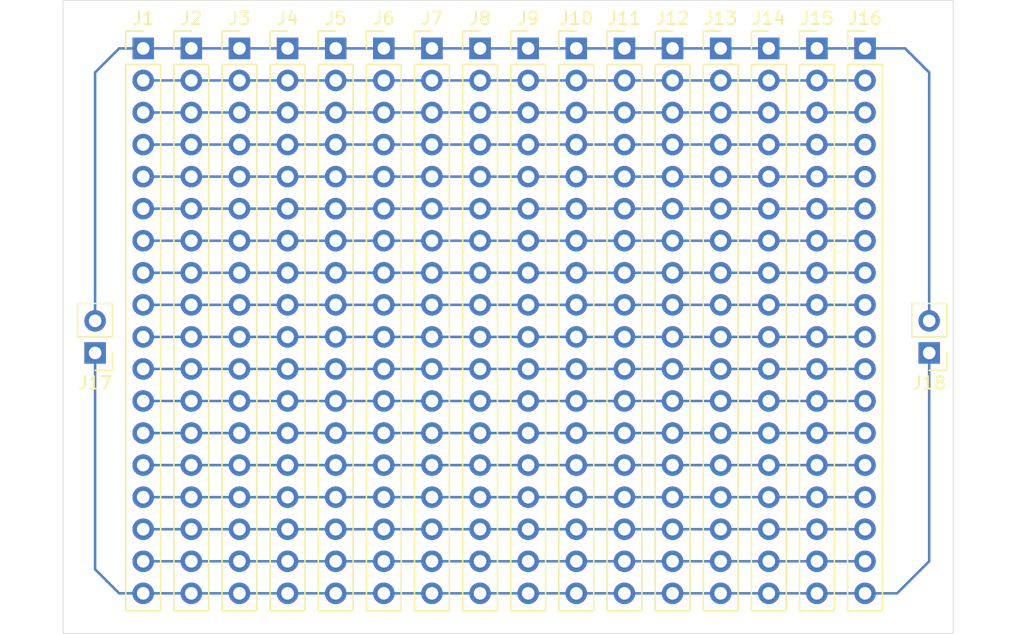
<source format=kicad_pcb>
(kicad_pcb (version 20241229) (generator "pcbnew") (generator_version "9.0")
  (layers (0 "F.Cu" signal) (2 "B.Cu" signal) (13 "F.Paste" user) (15 "B.Paste" user) (5 "F.SilkS" user "F.Silkscreen") (7 "B.SilkS" user "B.Silkscreen") (1 "F.Mask" user) (3 "B.Mask" user) (25 "Edge.Cuts" user))
  (net 0 "")
  (net 1 "/row_8")
  (net 2 "/row_2")
  (net 3 "/row_4")
  (net 4 "/row_3")
  (net 5 "/row_1")
  (net 6 "GNDREF")
  (net 7 "/row_11")
  (net 8 "/row_10")
  (net 9 "/row_16")
  (net 10 "VCC")
  (net 11 "/row_13")
  (net 12 "/row_6")
  (net 13 "/row_5")
  (net 14 "/row_7")
  (net 15 "/row_14")
  (net 16 "/row_12")
  (net 17 "/row_15")
  (net 18 "/row_9")
  (footprint "Connector_PinHeader_2.54mm:PinHeader_1x18_P2.54mm_Vertical" (layer "F.Cu") (at 101.6 66.675)
    (property "Reference" "J12" (at 0 -2.38 0) (layer "F.SilkS"))
    (property "Value" "Conn_01x18_Socket")
    (fp_line (start -1.38 -1.38) (end 0 -1.38) (stroke (width 0.12)) (layer "F.SilkS"))
    (fp_line (start -1.38 0) (end -1.38 -1.38) (stroke (width 0.12)) (layer "F.SilkS"))
    (fp_line (start -1.38 1.27) (end -1.38 44.56) (stroke (width 0.12)) (layer "F.SilkS"))
    (fp_line (start -1.38 1.27) (end 1.38 1.27) (stroke (width 0.12)) (layer "F.SilkS"))
    (fp_line (start -1.38 44.56) (end 1.38 44.56) (stroke (width 0.12)) (layer "F.SilkS"))
    (fp_line (start 1.38 1.27) (end 1.38 44.56) (stroke (width 0.12)) (layer "F.SilkS"))
    (pad "1" thru_hole rect (at 0 0) (size 1.7 1.7) (drill 1) (layers "*.Cu" "*.Mask") (net 10 "VCC"))
    (pad "2" thru_hole circle (at 0 2.54) (size 1.7 1.7) (drill 1) (layers "*.Cu" "*.Mask") (net 5 "/row_1"))
    (pad "3" thru_hole circle (at 0 5.08) (size 1.7 1.7) (drill 1) (layers "*.Cu" "*.Mask") (net 2 "/row_2"))
    (pad "4" thru_hole circle (at 0 7.62) (size 1.7 1.7) (drill 1) (layers "*.Cu" "*.Mask") (net 4 "/row_3"))
    (pad "5" thru_hole circle (at 0 10.16) (size 1.7 1.7) (drill 1) (layers "*.Cu" "*.Mask") (net 3 "/row_4"))
    (pad "6" thru_hole circle (at 0 12.7) (size 1.7 1.7) (drill 1) (layers "*.Cu" "*.Mask") (net 13 "/row_5"))
    (pad "7" thru_hole circle (at 0 15.24) (size 1.7 1.7) (drill 1) (layers "*.Cu" "*.Mask") (net 12 "/row_6"))
    (pad "8" thru_hole circle (at 0 17.78) (size 1.7 1.7) (drill 1) (layers "*.Cu" "*.Mask") (net 14 "/row_7"))
    (pad "9" thru_hole circle (at 0 20.32) (size 1.7 1.7) (drill 1) (layers "*.Cu" "*.Mask") (net 1 "/row_8"))
    (pad "10" thru_hole circle (at 0 22.86) (size 1.7 1.7) (drill 1) (layers "*.Cu" "*.Mask") (net 18 "/row_9"))
    (pad "11" thru_hole circle (at 0 25.4) (size 1.7 1.7) (drill 1) (layers "*.Cu" "*.Mask") (net 8 "/row_10"))
    (pad "12" thru_hole circle (at 0 27.94) (size 1.7 1.7) (drill 1) (layers "*.Cu" "*.Mask") (net 7 "/row_11"))
    (pad "13" thru_hole circle (at 0 30.48) (size 1.7 1.7) (drill 1) (layers "*.Cu" "*.Mask") (net 16 "/row_12"))
    (pad "14" thru_hole circle (at 0 33.02) (size 1.7 1.7) (drill 1) (layers "*.Cu" "*.Mask") (net 11 "/row_13"))
    (pad "15" thru_hole circle (at 0 35.56) (size 1.7 1.7) (drill 1) (layers "*.Cu" "*.Mask") (net 15 "/row_14"))
    (pad "16" thru_hole circle (at 0 38.1) (size 1.7 1.7) (drill 1) (layers "*.Cu" "*.Mask") (net 17 "/row_15"))
    (pad "17" thru_hole circle (at 0 40.64) (size 1.7 1.7) (drill 1) (layers "*.Cu" "*.Mask") (net 9 "/row_16"))
    (pad "18" thru_hole circle (at 0 43.18) (size 1.7 1.7) (drill 1) (layers "*.Cu" "*.Mask") (net 6 "GNDREF"))
  )
  (footprint "Connector_PinHeader_2.54mm:PinHeader_1x18_P2.54mm_Vertical" (layer "F.Cu") (at 97.79 66.675)
    (property "Reference" "J11" (at 0 -2.38 0) (layer "F.SilkS"))
    (property "Value" "Conn_01x18_Socket")
    (fp_line (start -1.38 -1.38) (end 0 -1.38) (stroke (width 0.12)) (layer "F.SilkS"))
    (fp_line (start -1.38 0) (end -1.38 -1.38) (stroke (width 0.12)) (layer "F.SilkS"))
    (fp_line (start -1.38 1.27) (end -1.38 44.56) (stroke (width 0.12)) (layer "F.SilkS"))
    (fp_line (start -1.38 1.27) (end 1.38 1.27) (stroke (width 0.12)) (layer "F.SilkS"))
    (fp_line (start -1.38 44.56) (end 1.38 44.56) (stroke (width 0.12)) (layer "F.SilkS"))
    (fp_line (start 1.38 1.27) (end 1.38 44.56) (stroke (width 0.12)) (layer "F.SilkS"))
    (pad "1" thru_hole rect (at 0 0) (size 1.7 1.7) (drill 1) (layers "*.Cu" "*.Mask") (net 10 "VCC"))
    (pad "2" thru_hole circle (at 0 2.54) (size 1.7 1.7) (drill 1) (layers "*.Cu" "*.Mask") (net 5 "/row_1"))
    (pad "3" thru_hole circle (at 0 5.08) (size 1.7 1.7) (drill 1) (layers "*.Cu" "*.Mask") (net 2 "/row_2"))
    (pad "4" thru_hole circle (at 0 7.62) (size 1.7 1.7) (drill 1) (layers "*.Cu" "*.Mask") (net 4 "/row_3"))
    (pad "5" thru_hole circle (at 0 10.16) (size 1.7 1.7) (drill 1) (layers "*.Cu" "*.Mask") (net 3 "/row_4"))
    (pad "6" thru_hole circle (at 0 12.7) (size 1.7 1.7) (drill 1) (layers "*.Cu" "*.Mask") (net 13 "/row_5"))
    (pad "7" thru_hole circle (at 0 15.24) (size 1.7 1.7) (drill 1) (layers "*.Cu" "*.Mask") (net 12 "/row_6"))
    (pad "8" thru_hole circle (at 0 17.78) (size 1.7 1.7) (drill 1) (layers "*.Cu" "*.Mask") (net 14 "/row_7"))
    (pad "9" thru_hole circle (at 0 20.32) (size 1.7 1.7) (drill 1) (layers "*.Cu" "*.Mask") (net 1 "/row_8"))
    (pad "10" thru_hole circle (at 0 22.86) (size 1.7 1.7) (drill 1) (layers "*.Cu" "*.Mask") (net 18 "/row_9"))
    (pad "11" thru_hole circle (at 0 25.4) (size 1.7 1.7) (drill 1) (layers "*.Cu" "*.Mask") (net 8 "/row_10"))
    (pad "12" thru_hole circle (at 0 27.94) (size 1.7 1.7) (drill 1) (layers "*.Cu" "*.Mask") (net 7 "/row_11"))
    (pad "13" thru_hole circle (at 0 30.48) (size 1.7 1.7) (drill 1) (layers "*.Cu" "*.Mask") (net 16 "/row_12"))
    (pad "14" thru_hole circle (at 0 33.02) (size 1.7 1.7) (drill 1) (layers "*.Cu" "*.Mask") (net 11 "/row_13"))
    (pad "15" thru_hole circle (at 0 35.56) (size 1.7 1.7) (drill 1) (layers "*.Cu" "*.Mask") (net 15 "/row_14"))
    (pad "16" thru_hole circle (at 0 38.1) (size 1.7 1.7) (drill 1) (layers "*.Cu" "*.Mask") (net 17 "/row_15"))
    (pad "17" thru_hole circle (at 0 40.64) (size 1.7 1.7) (drill 1) (layers "*.Cu" "*.Mask") (net 9 "/row_16"))
    (pad "18" thru_hole circle (at 0 43.18) (size 1.7 1.7) (drill 1) (layers "*.Cu" "*.Mask") (net 6 "GNDREF"))
  )
  (footprint "Connector_PinHeader_2.54mm:PinHeader_1x18_P2.54mm_Vertical" (layer "F.Cu") (at 116.84 66.675)
    (property "Reference" "J16" (at 0 -2.38 0) (layer "F.SilkS"))
    (property "Value" "Conn_01x18_Socket")
    (fp_line (start -1.38 -1.38) (end 0 -1.38) (stroke (width 0.12)) (layer "F.SilkS"))
    (fp_line (start -1.38 0) (end -1.38 -1.38) (stroke (width 0.12)) (layer "F.SilkS"))
    (fp_line (start -1.38 1.27) (end -1.38 44.56) (stroke (width 0.12)) (layer "F.SilkS"))
    (fp_line (start -1.38 1.27) (end 1.38 1.27) (stroke (width 0.12)) (layer "F.SilkS"))
    (fp_line (start -1.38 44.56) (end 1.38 44.56) (stroke (width 0.12)) (layer "F.SilkS"))
    (fp_line (start 1.38 1.27) (end 1.38 44.56) (stroke (width 0.12)) (layer "F.SilkS"))
    (pad "1" thru_hole rect (at 0 0) (size 1.7 1.7) (drill 1) (layers "*.Cu" "*.Mask") (net 10 "VCC"))
    (pad "2" thru_hole circle (at 0 2.54) (size 1.7 1.7) (drill 1) (layers "*.Cu" "*.Mask") (net 5 "/row_1"))
    (pad "3" thru_hole circle (at 0 5.08) (size 1.7 1.7) (drill 1) (layers "*.Cu" "*.Mask") (net 2 "/row_2"))
    (pad "4" thru_hole circle (at 0 7.62) (size 1.7 1.7) (drill 1) (layers "*.Cu" "*.Mask") (net 4 "/row_3"))
    (pad "5" thru_hole circle (at 0 10.16) (size 1.7 1.7) (drill 1) (layers "*.Cu" "*.Mask") (net 3 "/row_4"))
    (pad "6" thru_hole circle (at 0 12.7) (size 1.7 1.7) (drill 1) (layers "*.Cu" "*.Mask") (net 13 "/row_5"))
    (pad "7" thru_hole circle (at 0 15.24) (size 1.7 1.7) (drill 1) (layers "*.Cu" "*.Mask") (net 12 "/row_6"))
    (pad "8" thru_hole circle (at 0 17.78) (size 1.7 1.7) (drill 1) (layers "*.Cu" "*.Mask") (net 14 "/row_7"))
    (pad "9" thru_hole circle (at 0 20.32) (size 1.7 1.7) (drill 1) (layers "*.Cu" "*.Mask") (net 1 "/row_8"))
    (pad "10" thru_hole circle (at 0 22.86) (size 1.7 1.7) (drill 1) (layers "*.Cu" "*.Mask") (net 18 "/row_9"))
    (pad "11" thru_hole circle (at 0 25.4) (size 1.7 1.7) (drill 1) (layers "*.Cu" "*.Mask") (net 8 "/row_10"))
    (pad "12" thru_hole circle (at 0 27.94) (size 1.7 1.7) (drill 1) (layers "*.Cu" "*.Mask") (net 7 "/row_11"))
    (pad "13" thru_hole circle (at 0 30.48) (size 1.7 1.7) (drill 1) (layers "*.Cu" "*.Mask") (net 16 "/row_12"))
    (pad "14" thru_hole circle (at 0 33.02) (size 1.7 1.7) (drill 1) (layers "*.Cu" "*.Mask") (net 11 "/row_13"))
    (pad "15" thru_hole circle (at 0 35.56) (size 1.7 1.7) (drill 1) (layers "*.Cu" "*.Mask") (net 15 "/row_14"))
    (pad "16" thru_hole circle (at 0 38.1) (size 1.7 1.7) (drill 1) (layers "*.Cu" "*.Mask") (net 17 "/row_15"))
    (pad "17" thru_hole circle (at 0 40.64) (size 1.7 1.7) (drill 1) (layers "*.Cu" "*.Mask") (net 9 "/row_16"))
    (pad "18" thru_hole circle (at 0 43.18) (size 1.7 1.7) (drill 1) (layers "*.Cu" "*.Mask") (net 6 "GNDREF"))
  )
  (footprint "Connector_PinHeader_2.54mm:PinHeader_1x18_P2.54mm_Vertical" (layer "F.Cu") (at 113.03 66.675)
    (property "Reference" "J15" (at 0 -2.38 0) (layer "F.SilkS"))
    (property "Value" "Conn_01x18_Socket")
    (fp_line (start -1.38 -1.38) (end 0 -1.38) (stroke (width 0.12)) (layer "F.SilkS"))
    (fp_line (start -1.38 0) (end -1.38 -1.38) (stroke (width 0.12)) (layer "F.SilkS"))
    (fp_line (start -1.38 1.27) (end -1.38 44.56) (stroke (width 0.12)) (layer "F.SilkS"))
    (fp_line (start -1.38 1.27) (end 1.38 1.27) (stroke (width 0.12)) (layer "F.SilkS"))
    (fp_line (start -1.38 44.56) (end 1.38 44.56) (stroke (width 0.12)) (layer "F.SilkS"))
    (fp_line (start 1.38 1.27) (end 1.38 44.56) (stroke (width 0.12)) (layer "F.SilkS"))
    (pad "1" thru_hole rect (at 0 0) (size 1.7 1.7) (drill 1) (layers "*.Cu" "*.Mask") (net 10 "VCC"))
    (pad "2" thru_hole circle (at 0 2.54) (size 1.7 1.7) (drill 1) (layers "*.Cu" "*.Mask") (net 5 "/row_1"))
    (pad "3" thru_hole circle (at 0 5.08) (size 1.7 1.7) (drill 1) (layers "*.Cu" "*.Mask") (net 2 "/row_2"))
    (pad "4" thru_hole circle (at 0 7.62) (size 1.7 1.7) (drill 1) (layers "*.Cu" "*.Mask") (net 4 "/row_3"))
    (pad "5" thru_hole circle (at 0 10.16) (size 1.7 1.7) (drill 1) (layers "*.Cu" "*.Mask") (net 3 "/row_4"))
    (pad "6" thru_hole circle (at 0 12.7) (size 1.7 1.7) (drill 1) (layers "*.Cu" "*.Mask") (net 13 "/row_5"))
    (pad "7" thru_hole circle (at 0 15.24) (size 1.7 1.7) (drill 1) (layers "*.Cu" "*.Mask") (net 12 "/row_6"))
    (pad "8" thru_hole circle (at 0 17.78) (size 1.7 1.7) (drill 1) (layers "*.Cu" "*.Mask") (net 14 "/row_7"))
    (pad "9" thru_hole circle (at 0 20.32) (size 1.7 1.7) (drill 1) (layers "*.Cu" "*.Mask") (net 1 "/row_8"))
    (pad "10" thru_hole circle (at 0 22.86) (size 1.7 1.7) (drill 1) (layers "*.Cu" "*.Mask") (net 18 "/row_9"))
    (pad "11" thru_hole circle (at 0 25.4) (size 1.7 1.7) (drill 1) (layers "*.Cu" "*.Mask") (net 8 "/row_10"))
    (pad "12" thru_hole circle (at 0 27.94) (size 1.7 1.7) (drill 1) (layers "*.Cu" "*.Mask") (net 7 "/row_11"))
    (pad "13" thru_hole circle (at 0 30.48) (size 1.7 1.7) (drill 1) (layers "*.Cu" "*.Mask") (net 16 "/row_12"))
    (pad "14" thru_hole circle (at 0 33.02) (size 1.7 1.7) (drill 1) (layers "*.Cu" "*.Mask") (net 11 "/row_13"))
    (pad "15" thru_hole circle (at 0 35.56) (size 1.7 1.7) (drill 1) (layers "*.Cu" "*.Mask") (net 15 "/row_14"))
    (pad "16" thru_hole circle (at 0 38.1) (size 1.7 1.7) (drill 1) (layers "*.Cu" "*.Mask") (net 17 "/row_15"))
    (pad "17" thru_hole circle (at 0 40.64) (size 1.7 1.7) (drill 1) (layers "*.Cu" "*.Mask") (net 9 "/row_16"))
    (pad "18" thru_hole circle (at 0 43.18) (size 1.7 1.7) (drill 1) (layers "*.Cu" "*.Mask") (net 6 "GNDREF"))
  )
  (footprint "Connector_PinHeader_2.54mm:PinHeader_1x18_P2.54mm_Vertical" (layer "F.Cu") (at 90.17 66.675)
    (property "Reference" "J9" (at 0 -2.38 0) (layer "F.SilkS"))
    (property "Value" "Conn_01x18_Socket")
    (fp_line (start -1.38 -1.38) (end 0 -1.38) (stroke (width 0.12)) (layer "F.SilkS"))
    (fp_line (start -1.38 0) (end -1.38 -1.38) (stroke (width 0.12)) (layer "F.SilkS"))
    (fp_line (start -1.38 1.27) (end -1.38 44.56) (stroke (width 0.12)) (layer "F.SilkS"))
    (fp_line (start -1.38 1.27) (end 1.38 1.27) (stroke (width 0.12)) (layer "F.SilkS"))
    (fp_line (start -1.38 44.56) (end 1.38 44.56) (stroke (width 0.12)) (layer "F.SilkS"))
    (fp_line (start 1.38 1.27) (end 1.38 44.56) (stroke (width 0.12)) (layer "F.SilkS"))
    (pad "1" thru_hole rect (at 0 0) (size 1.7 1.7) (drill 1) (layers "*.Cu" "*.Mask") (net 10 "VCC"))
    (pad "2" thru_hole circle (at 0 2.54) (size 1.7 1.7) (drill 1) (layers "*.Cu" "*.Mask") (net 5 "/row_1"))
    (pad "3" thru_hole circle (at 0 5.08) (size 1.7 1.7) (drill 1) (layers "*.Cu" "*.Mask") (net 2 "/row_2"))
    (pad "4" thru_hole circle (at 0 7.62) (size 1.7 1.7) (drill 1) (layers "*.Cu" "*.Mask") (net 4 "/row_3"))
    (pad "5" thru_hole circle (at 0 10.16) (size 1.7 1.7) (drill 1) (layers "*.Cu" "*.Mask") (net 3 "/row_4"))
    (pad "6" thru_hole circle (at 0 12.7) (size 1.7 1.7) (drill 1) (layers "*.Cu" "*.Mask") (net 13 "/row_5"))
    (pad "7" thru_hole circle (at 0 15.24) (size 1.7 1.7) (drill 1) (layers "*.Cu" "*.Mask") (net 12 "/row_6"))
    (pad "8" thru_hole circle (at 0 17.78) (size 1.7 1.7) (drill 1) (layers "*.Cu" "*.Mask") (net 14 "/row_7"))
    (pad "9" thru_hole circle (at 0 20.32) (size 1.7 1.7) (drill 1) (layers "*.Cu" "*.Mask") (net 1 "/row_8"))
    (pad "10" thru_hole circle (at 0 22.86) (size 1.7 1.7) (drill 1) (layers "*.Cu" "*.Mask") (net 18 "/row_9"))
    (pad "11" thru_hole circle (at 0 25.4) (size 1.7 1.7) (drill 1) (layers "*.Cu" "*.Mask") (net 8 "/row_10"))
    (pad "12" thru_hole circle (at 0 27.94) (size 1.7 1.7) (drill 1) (layers "*.Cu" "*.Mask") (net 7 "/row_11"))
    (pad "13" thru_hole circle (at 0 30.48) (size 1.7 1.7) (drill 1) (layers "*.Cu" "*.Mask") (net 16 "/row_12"))
    (pad "14" thru_hole circle (at 0 33.02) (size 1.7 1.7) (drill 1) (layers "*.Cu" "*.Mask") (net 11 "/row_13"))
    (pad "15" thru_hole circle (at 0 35.56) (size 1.7 1.7) (drill 1) (layers "*.Cu" "*.Mask") (net 15 "/row_14"))
    (pad "16" thru_hole circle (at 0 38.1) (size 1.7 1.7) (drill 1) (layers "*.Cu" "*.Mask") (net 17 "/row_15"))
    (pad "17" thru_hole circle (at 0 40.64) (size 1.7 1.7) (drill 1) (layers "*.Cu" "*.Mask") (net 9 "/row_16"))
    (pad "18" thru_hole circle (at 0 43.18) (size 1.7 1.7) (drill 1) (layers "*.Cu" "*.Mask") (net 6 "GNDREF"))
  )
  (footprint "Connector_PinHeader_2.54mm:PinHeader_1x18_P2.54mm_Vertical" (layer "F.Cu") (at 93.98 66.675)
    (property "Reference" "J10" (at 0 -2.38 0) (layer "F.SilkS"))
    (property "Value" "Conn_01x18_Socket")
    (fp_line (start -1.38 -1.38) (end 0 -1.38) (stroke (width 0.12)) (layer "F.SilkS"))
    (fp_line (start -1.38 0) (end -1.38 -1.38) (stroke (width 0.12)) (layer "F.SilkS"))
    (fp_line (start -1.38 1.27) (end -1.38 44.56) (stroke (width 0.12)) (layer "F.SilkS"))
    (fp_line (start -1.38 1.27) (end 1.38 1.27) (stroke (width 0.12)) (layer "F.SilkS"))
    (fp_line (start -1.38 44.56) (end 1.38 44.56) (stroke (width 0.12)) (layer "F.SilkS"))
    (fp_line (start 1.38 1.27) (end 1.38 44.56) (stroke (width 0.12)) (layer "F.SilkS"))
    (pad "1" thru_hole rect (at 0 0) (size 1.7 1.7) (drill 1) (layers "*.Cu" "*.Mask") (net 10 "VCC"))
    (pad "2" thru_hole circle (at 0 2.54) (size 1.7 1.7) (drill 1) (layers "*.Cu" "*.Mask") (net 5 "/row_1"))
    (pad "3" thru_hole circle (at 0 5.08) (size 1.7 1.7) (drill 1) (layers "*.Cu" "*.Mask") (net 2 "/row_2"))
    (pad "4" thru_hole circle (at 0 7.62) (size 1.7 1.7) (drill 1) (layers "*.Cu" "*.Mask") (net 4 "/row_3"))
    (pad "5" thru_hole circle (at 0 10.16) (size 1.7 1.7) (drill 1) (layers "*.Cu" "*.Mask") (net 3 "/row_4"))
    (pad "6" thru_hole circle (at 0 12.7) (size 1.7 1.7) (drill 1) (layers "*.Cu" "*.Mask") (net 13 "/row_5"))
    (pad "7" thru_hole circle (at 0 15.24) (size 1.7 1.7) (drill 1) (layers "*.Cu" "*.Mask") (net 12 "/row_6"))
    (pad "8" thru_hole circle (at 0 17.78) (size 1.7 1.7) (drill 1) (layers "*.Cu" "*.Mask") (net 14 "/row_7"))
    (pad "9" thru_hole circle (at 0 20.32) (size 1.7 1.7) (drill 1) (layers "*.Cu" "*.Mask") (net 1 "/row_8"))
    (pad "10" thru_hole circle (at 0 22.86) (size 1.7 1.7) (drill 1) (layers "*.Cu" "*.Mask") (net 18 "/row_9"))
    (pad "11" thru_hole circle (at 0 25.4) (size 1.7 1.7) (drill 1) (layers "*.Cu" "*.Mask") (net 8 "/row_10"))
    (pad "12" thru_hole circle (at 0 27.94) (size 1.7 1.7) (drill 1) (layers "*.Cu" "*.Mask") (net 7 "/row_11"))
    (pad "13" thru_hole circle (at 0 30.48) (size 1.7 1.7) (drill 1) (layers "*.Cu" "*.Mask") (net 16 "/row_12"))
    (pad "14" thru_hole circle (at 0 33.02) (size 1.7 1.7) (drill 1) (layers "*.Cu" "*.Mask") (net 11 "/row_13"))
    (pad "15" thru_hole circle (at 0 35.56) (size 1.7 1.7) (drill 1) (layers "*.Cu" "*.Mask") (net 15 "/row_14"))
    (pad "16" thru_hole circle (at 0 38.1) (size 1.7 1.7) (drill 1) (layers "*.Cu" "*.Mask") (net 17 "/row_15"))
    (pad "17" thru_hole circle (at 0 40.64) (size 1.7 1.7) (drill 1) (layers "*.Cu" "*.Mask") (net 9 "/row_16"))
    (pad "18" thru_hole circle (at 0 43.18) (size 1.7 1.7) (drill 1) (layers "*.Cu" "*.Mask") (net 6 "GNDREF"))
  )
  (footprint "Connector_PinHeader_2.54mm:PinHeader_1x18_P2.54mm_Vertical" (layer "F.Cu") (at 71.12 66.675)
    (property "Reference" "J4" (at 0 -2.38 0) (layer "F.SilkS"))
    (property "Value" "Conn_01x18_Socket")
    (fp_line (start -1.38 -1.38) (end 0 -1.38) (stroke (width 0.12)) (layer "F.SilkS"))
    (fp_line (start -1.38 0) (end -1.38 -1.38) (stroke (width 0.12)) (layer "F.SilkS"))
    (fp_line (start -1.38 1.27) (end -1.38 44.56) (stroke (width 0.12)) (layer "F.SilkS"))
    (fp_line (start -1.38 1.27) (end 1.38 1.27) (stroke (width 0.12)) (layer "F.SilkS"))
    (fp_line (start -1.38 44.56) (end 1.38 44.56) (stroke (width 0.12)) (layer "F.SilkS"))
    (fp_line (start 1.38 1.27) (end 1.38 44.56) (stroke (width 0.12)) (layer "F.SilkS"))
    (pad "1" thru_hole rect (at 0 0) (size 1.7 1.7) (drill 1) (layers "*.Cu" "*.Mask") (net 10 "VCC"))
    (pad "2" thru_hole circle (at 0 2.54) (size 1.7 1.7) (drill 1) (layers "*.Cu" "*.Mask") (net 5 "/row_1"))
    (pad "3" thru_hole circle (at 0 5.08) (size 1.7 1.7) (drill 1) (layers "*.Cu" "*.Mask") (net 2 "/row_2"))
    (pad "4" thru_hole circle (at 0 7.62) (size 1.7 1.7) (drill 1) (layers "*.Cu" "*.Mask") (net 4 "/row_3"))
    (pad "5" thru_hole circle (at 0 10.16) (size 1.7 1.7) (drill 1) (layers "*.Cu" "*.Mask") (net 3 "/row_4"))
    (pad "6" thru_hole circle (at 0 12.7) (size 1.7 1.7) (drill 1) (layers "*.Cu" "*.Mask") (net 13 "/row_5"))
    (pad "7" thru_hole circle (at 0 15.24) (size 1.7 1.7) (drill 1) (layers "*.Cu" "*.Mask") (net 12 "/row_6"))
    (pad "8" thru_hole circle (at 0 17.78) (size 1.7 1.7) (drill 1) (layers "*.Cu" "*.Mask") (net 14 "/row_7"))
    (pad "9" thru_hole circle (at 0 20.32) (size 1.7 1.7) (drill 1) (layers "*.Cu" "*.Mask") (net 1 "/row_8"))
    (pad "10" thru_hole circle (at 0 22.86) (size 1.7 1.7) (drill 1) (layers "*.Cu" "*.Mask") (net 18 "/row_9"))
    (pad "11" thru_hole circle (at 0 25.4) (size 1.7 1.7) (drill 1) (layers "*.Cu" "*.Mask") (net 8 "/row_10"))
    (pad "12" thru_hole circle (at 0 27.94) (size 1.7 1.7) (drill 1) (layers "*.Cu" "*.Mask") (net 7 "/row_11"))
    (pad "13" thru_hole circle (at 0 30.48) (size 1.7 1.7) (drill 1) (layers "*.Cu" "*.Mask") (net 16 "/row_12"))
    (pad "14" thru_hole circle (at 0 33.02) (size 1.7 1.7) (drill 1) (layers "*.Cu" "*.Mask") (net 11 "/row_13"))
    (pad "15" thru_hole circle (at 0 35.56) (size 1.7 1.7) (drill 1) (layers "*.Cu" "*.Mask") (net 15 "/row_14"))
    (pad "16" thru_hole circle (at 0 38.1) (size 1.7 1.7) (drill 1) (layers "*.Cu" "*.Mask") (net 17 "/row_15"))
    (pad "17" thru_hole circle (at 0 40.64) (size 1.7 1.7) (drill 1) (layers "*.Cu" "*.Mask") (net 9 "/row_16"))
    (pad "18" thru_hole circle (at 0 43.18) (size 1.7 1.7) (drill 1) (layers "*.Cu" "*.Mask") (net 6 "GNDREF"))
  )
  (footprint "Connector_PinHeader_2.54mm:PinHeader_1x18_P2.54mm_Vertical" (layer "F.Cu") (at 86.36 66.675)
    (property "Reference" "J8" (at 0 -2.38 0) (layer "F.SilkS"))
    (property "Value" "Conn_01x18_Socket")
    (fp_line (start -1.38 -1.38) (end 0 -1.38) (stroke (width 0.12)) (layer "F.SilkS"))
    (fp_line (start -1.38 0) (end -1.38 -1.38) (stroke (width 0.12)) (layer "F.SilkS"))
    (fp_line (start -1.38 1.27) (end -1.38 44.56) (stroke (width 0.12)) (layer "F.SilkS"))
    (fp_line (start -1.38 1.27) (end 1.38 1.27) (stroke (width 0.12)) (layer "F.SilkS"))
    (fp_line (start -1.38 44.56) (end 1.38 44.56) (stroke (width 0.12)) (layer "F.SilkS"))
    (fp_line (start 1.38 1.27) (end 1.38 44.56) (stroke (width 0.12)) (layer "F.SilkS"))
    (pad "1" thru_hole rect (at 0 0) (size 1.7 1.7) (drill 1) (layers "*.Cu" "*.Mask") (net 10 "VCC"))
    (pad "2" thru_hole circle (at 0 2.54) (size 1.7 1.7) (drill 1) (layers "*.Cu" "*.Mask") (net 5 "/row_1"))
    (pad "3" thru_hole circle (at 0 5.08) (size 1.7 1.7) (drill 1) (layers "*.Cu" "*.Mask") (net 2 "/row_2"))
    (pad "4" thru_hole circle (at 0 7.62) (size 1.7 1.7) (drill 1) (layers "*.Cu" "*.Mask") (net 4 "/row_3"))
    (pad "5" thru_hole circle (at 0 10.16) (size 1.7 1.7) (drill 1) (layers "*.Cu" "*.Mask") (net 3 "/row_4"))
    (pad "6" thru_hole circle (at 0 12.7) (size 1.7 1.7) (drill 1) (layers "*.Cu" "*.Mask") (net 13 "/row_5"))
    (pad "7" thru_hole circle (at 0 15.24) (size 1.7 1.7) (drill 1) (layers "*.Cu" "*.Mask") (net 12 "/row_6"))
    (pad "8" thru_hole circle (at 0 17.78) (size 1.7 1.7) (drill 1) (layers "*.Cu" "*.Mask") (net 14 "/row_7"))
    (pad "9" thru_hole circle (at 0 20.32) (size 1.7 1.7) (drill 1) (layers "*.Cu" "*.Mask") (net 1 "/row_8"))
    (pad "10" thru_hole circle (at 0 22.86) (size 1.7 1.7) (drill 1) (layers "*.Cu" "*.Mask") (net 18 "/row_9"))
    (pad "11" thru_hole circle (at 0 25.4) (size 1.7 1.7) (drill 1) (layers "*.Cu" "*.Mask") (net 8 "/row_10"))
    (pad "12" thru_hole circle (at 0 27.94) (size 1.7 1.7) (drill 1) (layers "*.Cu" "*.Mask") (net 7 "/row_11"))
    (pad "13" thru_hole circle (at 0 30.48) (size 1.7 1.7) (drill 1) (layers "*.Cu" "*.Mask") (net 16 "/row_12"))
    (pad "14" thru_hole circle (at 0 33.02) (size 1.7 1.7) (drill 1) (layers "*.Cu" "*.Mask") (net 11 "/row_13"))
    (pad "15" thru_hole circle (at 0 35.56) (size 1.7 1.7) (drill 1) (layers "*.Cu" "*.Mask") (net 15 "/row_14"))
    (pad "16" thru_hole circle (at 0 38.1) (size 1.7 1.7) (drill 1) (layers "*.Cu" "*.Mask") (net 17 "/row_15"))
    (pad "17" thru_hole circle (at 0 40.64) (size 1.7 1.7) (drill 1) (layers "*.Cu" "*.Mask") (net 9 "/row_16"))
    (pad "18" thru_hole circle (at 0 43.18) (size 1.7 1.7) (drill 1) (layers "*.Cu" "*.Mask") (net 6 "GNDREF"))
  )
  (footprint "Connector_PinHeader_2.54mm:PinHeader_1x18_P2.54mm_Vertical" (layer "F.Cu") (at 78.74 66.675)
    (property "Reference" "J6" (at 0 -2.38 0) (layer "F.SilkS"))
    (property "Value" "Conn_01x18_Socket")
    (fp_line (start -1.38 -1.38) (end 0 -1.38) (stroke (width 0.12)) (layer "F.SilkS"))
    (fp_line (start -1.38 0) (end -1.38 -1.38) (stroke (width 0.12)) (layer "F.SilkS"))
    (fp_line (start -1.38 1.27) (end -1.38 44.56) (stroke (width 0.12)) (layer "F.SilkS"))
    (fp_line (start -1.38 1.27) (end 1.38 1.27) (stroke (width 0.12)) (layer "F.SilkS"))
    (fp_line (start -1.38 44.56) (end 1.38 44.56) (stroke (width 0.12)) (layer "F.SilkS"))
    (fp_line (start 1.38 1.27) (end 1.38 44.56) (stroke (width 0.12)) (layer "F.SilkS"))
    (pad "1" thru_hole rect (at 0 0) (size 1.7 1.7) (drill 1) (layers "*.Cu" "*.Mask") (net 10 "VCC"))
    (pad "2" thru_hole circle (at 0 2.54) (size 1.7 1.7) (drill 1) (layers "*.Cu" "*.Mask") (net 5 "/row_1"))
    (pad "3" thru_hole circle (at 0 5.08) (size 1.7 1.7) (drill 1) (layers "*.Cu" "*.Mask") (net 2 "/row_2"))
    (pad "4" thru_hole circle (at 0 7.62) (size 1.7 1.7) (drill 1) (layers "*.Cu" "*.Mask") (net 4 "/row_3"))
    (pad "5" thru_hole circle (at 0 10.16) (size 1.7 1.7) (drill 1) (layers "*.Cu" "*.Mask") (net 3 "/row_4"))
    (pad "6" thru_hole circle (at 0 12.7) (size 1.7 1.7) (drill 1) (layers "*.Cu" "*.Mask") (net 13 "/row_5"))
    (pad "7" thru_hole circle (at 0 15.24) (size 1.7 1.7) (drill 1) (layers "*.Cu" "*.Mask") (net 12 "/row_6"))
    (pad "8" thru_hole circle (at 0 17.78) (size 1.7 1.7) (drill 1) (layers "*.Cu" "*.Mask") (net 14 "/row_7"))
    (pad "9" thru_hole circle (at 0 20.32) (size 1.7 1.7) (drill 1) (layers "*.Cu" "*.Mask") (net 1 "/row_8"))
    (pad "10" thru_hole circle (at 0 22.86) (size 1.7 1.7) (drill 1) (layers "*.Cu" "*.Mask") (net 18 "/row_9"))
    (pad "11" thru_hole circle (at 0 25.4) (size 1.7 1.7) (drill 1) (layers "*.Cu" "*.Mask") (net 8 "/row_10"))
    (pad "12" thru_hole circle (at 0 27.94) (size 1.7 1.7) (drill 1) (layers "*.Cu" "*.Mask") (net 7 "/row_11"))
    (pad "13" thru_hole circle (at 0 30.48) (size 1.7 1.7) (drill 1) (layers "*.Cu" "*.Mask") (net 16 "/row_12"))
    (pad "14" thru_hole circle (at 0 33.02) (size 1.7 1.7) (drill 1) (layers "*.Cu" "*.Mask") (net 11 "/row_13"))
    (pad "15" thru_hole circle (at 0 35.56) (size 1.7 1.7) (drill 1) (layers "*.Cu" "*.Mask") (net 15 "/row_14"))
    (pad "16" thru_hole circle (at 0 38.1) (size 1.7 1.7) (drill 1) (layers "*.Cu" "*.Mask") (net 17 "/row_15"))
    (pad "17" thru_hole circle (at 0 40.64) (size 1.7 1.7) (drill 1) (layers "*.Cu" "*.Mask") (net 9 "/row_16"))
    (pad "18" thru_hole circle (at 0 43.18) (size 1.7 1.7) (drill 1) (layers "*.Cu" "*.Mask") (net 6 "GNDREF"))
  )
  (footprint "Connector_PinHeader_2.54mm:PinHeader_1x18_P2.54mm_Vertical" (layer "F.Cu") (at 109.22 66.675)
    (property "Reference" "J14" (at 0 -2.38 0) (layer "F.SilkS"))
    (property "Value" "Conn_01x18_Socket")
    (fp_line (start -1.38 -1.38) (end 0 -1.38) (stroke (width 0.12)) (layer "F.SilkS"))
    (fp_line (start -1.38 0) (end -1.38 -1.38) (stroke (width 0.12)) (layer "F.SilkS"))
    (fp_line (start -1.38 1.27) (end -1.38 44.56) (stroke (width 0.12)) (layer "F.SilkS"))
    (fp_line (start -1.38 1.27) (end 1.38 1.27) (stroke (width 0.12)) (layer "F.SilkS"))
    (fp_line (start -1.38 44.56) (end 1.38 44.56) (stroke (width 0.12)) (layer "F.SilkS"))
    (fp_line (start 1.38 1.27) (end 1.38 44.56) (stroke (width 0.12)) (layer "F.SilkS"))
    (pad "1" thru_hole rect (at 0 0) (size 1.7 1.7) (drill 1) (layers "*.Cu" "*.Mask") (net 10 "VCC"))
    (pad "2" thru_hole circle (at 0 2.54) (size 1.7 1.7) (drill 1) (layers "*.Cu" "*.Mask") (net 5 "/row_1"))
    (pad "3" thru_hole circle (at 0 5.08) (size 1.7 1.7) (drill 1) (layers "*.Cu" "*.Mask") (net 2 "/row_2"))
    (pad "4" thru_hole circle (at 0 7.62) (size 1.7 1.7) (drill 1) (layers "*.Cu" "*.Mask") (net 4 "/row_3"))
    (pad "5" thru_hole circle (at 0 10.16) (size 1.7 1.7) (drill 1) (layers "*.Cu" "*.Mask") (net 3 "/row_4"))
    (pad "6" thru_hole circle (at 0 12.7) (size 1.7 1.7) (drill 1) (layers "*.Cu" "*.Mask") (net 13 "/row_5"))
    (pad "7" thru_hole circle (at 0 15.24) (size 1.7 1.7) (drill 1) (layers "*.Cu" "*.Mask") (net 12 "/row_6"))
    (pad "8" thru_hole circle (at 0 17.78) (size 1.7 1.7) (drill 1) (layers "*.Cu" "*.Mask") (net 14 "/row_7"))
    (pad "9" thru_hole circle (at 0 20.32) (size 1.7 1.7) (drill 1) (layers "*.Cu" "*.Mask") (net 1 "/row_8"))
    (pad "10" thru_hole circle (at 0 22.86) (size 1.7 1.7) (drill 1) (layers "*.Cu" "*.Mask") (net 18 "/row_9"))
    (pad "11" thru_hole circle (at 0 25.4) (size 1.7 1.7) (drill 1) (layers "*.Cu" "*.Mask") (net 8 "/row_10"))
    (pad "12" thru_hole circle (at 0 27.94) (size 1.7 1.7) (drill 1) (layers "*.Cu" "*.Mask") (net 7 "/row_11"))
    (pad "13" thru_hole circle (at 0 30.48) (size 1.7 1.7) (drill 1) (layers "*.Cu" "*.Mask") (net 16 "/row_12"))
    (pad "14" thru_hole circle (at 0 33.02) (size 1.7 1.7) (drill 1) (layers "*.Cu" "*.Mask") (net 11 "/row_13"))
    (pad "15" thru_hole circle (at 0 35.56) (size 1.7 1.7) (drill 1) (layers "*.Cu" "*.Mask") (net 15 "/row_14"))
    (pad "16" thru_hole circle (at 0 38.1) (size 1.7 1.7) (drill 1) (layers "*.Cu" "*.Mask") (net 17 "/row_15"))
    (pad "17" thru_hole circle (at 0 40.64) (size 1.7 1.7) (drill 1) (layers "*.Cu" "*.Mask") (net 9 "/row_16"))
    (pad "18" thru_hole circle (at 0 43.18) (size 1.7 1.7) (drill 1) (layers "*.Cu" "*.Mask") (net 6 "GNDREF"))
  )
  (footprint "Connector_PinHeader_2.54mm:PinHeader_1x18_P2.54mm_Vertical" (layer "F.Cu") (at 74.93 66.675)
    (property "Reference" "J5" (at 0 -2.38 0) (layer "F.SilkS"))
    (property "Value" "Conn_01x18_Socket")
    (fp_line (start -1.38 -1.38) (end 0 -1.38) (stroke (width 0.12)) (layer "F.SilkS"))
    (fp_line (start -1.38 0) (end -1.38 -1.38) (stroke (width 0.12)) (layer "F.SilkS"))
    (fp_line (start -1.38 1.27) (end -1.38 44.56) (stroke (width 0.12)) (layer "F.SilkS"))
    (fp_line (start -1.38 1.27) (end 1.38 1.27) (stroke (width 0.12)) (layer "F.SilkS"))
    (fp_line (start -1.38 44.56) (end 1.38 44.56) (stroke (width 0.12)) (layer "F.SilkS"))
    (fp_line (start 1.38 1.27) (end 1.38 44.56) (stroke (width 0.12)) (layer "F.SilkS"))
    (pad "1" thru_hole rect (at 0 0) (size 1.7 1.7) (drill 1) (layers "*.Cu" "*.Mask") (net 10 "VCC"))
    (pad "2" thru_hole circle (at 0 2.54) (size 1.7 1.7) (drill 1) (layers "*.Cu" "*.Mask") (net 5 "/row_1"))
    (pad "3" thru_hole circle (at 0 5.08) (size 1.7 1.7) (drill 1) (layers "*.Cu" "*.Mask") (net 2 "/row_2"))
    (pad "4" thru_hole circle (at 0 7.62) (size 1.7 1.7) (drill 1) (layers "*.Cu" "*.Mask") (net 4 "/row_3"))
    (pad "5" thru_hole circle (at 0 10.16) (size 1.7 1.7) (drill 1) (layers "*.Cu" "*.Mask") (net 3 "/row_4"))
    (pad "6" thru_hole circle (at 0 12.7) (size 1.7 1.7) (drill 1) (layers "*.Cu" "*.Mask") (net 13 "/row_5"))
    (pad "7" thru_hole circle (at 0 15.24) (size 1.7 1.7) (drill 1) (layers "*.Cu" "*.Mask") (net 12 "/row_6"))
    (pad "8" thru_hole circle (at 0 17.78) (size 1.7 1.7) (drill 1) (layers "*.Cu" "*.Mask") (net 14 "/row_7"))
    (pad "9" thru_hole circle (at 0 20.32) (size 1.7 1.7) (drill 1) (layers "*.Cu" "*.Mask") (net 1 "/row_8"))
    (pad "10" thru_hole circle (at 0 22.86) (size 1.7 1.7) (drill 1) (layers "*.Cu" "*.Mask") (net 18 "/row_9"))
    (pad "11" thru_hole circle (at 0 25.4) (size 1.7 1.7) (drill 1) (layers "*.Cu" "*.Mask") (net 8 "/row_10"))
    (pad "12" thru_hole circle (at 0 27.94) (size 1.7 1.7) (drill 1) (layers "*.Cu" "*.Mask") (net 7 "/row_11"))
    (pad "13" thru_hole circle (at 0 30.48) (size 1.7 1.7) (drill 1) (layers "*.Cu" "*.Mask") (net 16 "/row_12"))
    (pad "14" thru_hole circle (at 0 33.02) (size 1.7 1.7) (drill 1) (layers "*.Cu" "*.Mask") (net 11 "/row_13"))
    (pad "15" thru_hole circle (at 0 35.56) (size 1.7 1.7) (drill 1) (layers "*.Cu" "*.Mask") (net 15 "/row_14"))
    (pad "16" thru_hole circle (at 0 38.1) (size 1.7 1.7) (drill 1) (layers "*.Cu" "*.Mask") (net 17 "/row_15"))
    (pad "17" thru_hole circle (at 0 40.64) (size 1.7 1.7) (drill 1) (layers "*.Cu" "*.Mask") (net 9 "/row_16"))
    (pad "18" thru_hole circle (at 0 43.18) (size 1.7 1.7) (drill 1) (layers "*.Cu" "*.Mask") (net 6 "GNDREF"))
  )
  (footprint "Connector_PinHeader_2.54mm:PinHeader_1x02_P2.54mm_Vertical" (layer "F.Cu") (at 121.92 90.805 180)
    (property "Reference" "J18" (at 0 -2.38 0) (layer "F.SilkS"))
    (property "Value" "Conn_01x02_Socket")
    (fp_line (start 1.38 1.27) (end 1.38 3.92) (stroke (width 0.12)) (layer "F.SilkS"))
    (fp_line (start -1.38 3.92) (end 1.38 3.92) (stroke (width 0.12)) (layer "F.SilkS"))
    (fp_line (start -1.38 1.27) (end 1.38 1.27) (stroke (width 0.12)) (layer "F.SilkS"))
    (fp_line (start -1.38 1.27) (end -1.38 3.92) (stroke (width 0.12)) (layer "F.SilkS"))
    (fp_line (start -1.38 0) (end -1.38 -1.38) (stroke (width 0.12)) (layer "F.SilkS"))
    (fp_line (start -1.38 -1.38) (end 0 -1.38) (stroke (width 0.12)) (layer "F.SilkS"))
    (pad "1" thru_hole rect (at 0 0 180) (size 1.7 1.7) (drill 1) (layers "*.Cu" "*.Mask") (net 6 "GNDREF"))
    (pad "2" thru_hole circle (at 0 2.54 180) (size 1.7 1.7) (drill 1) (layers "*.Cu" "*.Mask") (net 10 "VCC"))
  )
  (footprint "Connector_PinHeader_2.54mm:PinHeader_1x18_P2.54mm_Vertical" (layer "F.Cu") (at 82.55 66.675)
    (property "Reference" "J7" (at 0 -2.38 0) (layer "F.SilkS"))
    (property "Value" "Conn_01x18_Socket")
    (fp_line (start -1.38 -1.38) (end 0 -1.38) (stroke (width 0.12)) (layer "F.SilkS"))
    (fp_line (start -1.38 0) (end -1.38 -1.38) (stroke (width 0.12)) (layer "F.SilkS"))
    (fp_line (start -1.38 1.27) (end -1.38 44.56) (stroke (width 0.12)) (layer "F.SilkS"))
    (fp_line (start -1.38 1.27) (end 1.38 1.27) (stroke (width 0.12)) (layer "F.SilkS"))
    (fp_line (start -1.38 44.56) (end 1.38 44.56) (stroke (width 0.12)) (layer "F.SilkS"))
    (fp_line (start 1.38 1.27) (end 1.38 44.56) (stroke (width 0.12)) (layer "F.SilkS"))
    (pad "1" thru_hole rect (at 0 0) (size 1.7 1.7) (drill 1) (layers "*.Cu" "*.Mask") (net 10 "VCC"))
    (pad "2" thru_hole circle (at 0 2.54) (size 1.7 1.7) (drill 1) (layers "*.Cu" "*.Mask") (net 5 "/row_1"))
    (pad "3" thru_hole circle (at 0 5.08) (size 1.7 1.7) (drill 1) (layers "*.Cu" "*.Mask") (net 2 "/row_2"))
    (pad "4" thru_hole circle (at 0 7.62) (size 1.7 1.7) (drill 1) (layers "*.Cu" "*.Mask") (net 4 "/row_3"))
    (pad "5" thru_hole circle (at 0 10.16) (size 1.7 1.7) (drill 1) (layers "*.Cu" "*.Mask") (net 3 "/row_4"))
    (pad "6" thru_hole circle (at 0 12.7) (size 1.7 1.7) (drill 1) (layers "*.Cu" "*.Mask") (net 13 "/row_5"))
    (pad "7" thru_hole circle (at 0 15.24) (size 1.7 1.7) (drill 1) (layers "*.Cu" "*.Mask") (net 12 "/row_6"))
    (pad "8" thru_hole circle (at 0 17.78) (size 1.7 1.7) (drill 1) (layers "*.Cu" "*.Mask") (net 14 "/row_7"))
    (pad "9" thru_hole circle (at 0 20.32) (size 1.7 1.7) (drill 1) (layers "*.Cu" "*.Mask") (net 1 "/row_8"))
    (pad "10" thru_hole circle (at 0 22.86) (size 1.7 1.7) (drill 1) (layers "*.Cu" "*.Mask") (net 18 "/row_9"))
    (pad "11" thru_hole circle (at 0 25.4) (size 1.7 1.7) (drill 1) (layers "*.Cu" "*.Mask") (net 8 "/row_10"))
    (pad "12" thru_hole circle (at 0 27.94) (size 1.7 1.7) (drill 1) (layers "*.Cu" "*.Mask") (net 7 "/row_11"))
    (pad "13" thru_hole circle (at 0 30.48) (size 1.7 1.7) (drill 1) (layers "*.Cu" "*.Mask") (net 16 "/row_12"))
    (pad "14" thru_hole circle (at 0 33.02) (size 1.7 1.7) (drill 1) (layers "*.Cu" "*.Mask") (net 11 "/row_13"))
    (pad "15" thru_hole circle (at 0 35.56) (size 1.7 1.7) (drill 1) (layers "*.Cu" "*.Mask") (net 15 "/row_14"))
    (pad "16" thru_hole circle (at 0 38.1) (size 1.7 1.7) (drill 1) (layers "*.Cu" "*.Mask") (net 17 "/row_15"))
    (pad "17" thru_hole circle (at 0 40.64) (size 1.7 1.7) (drill 1) (layers "*.Cu" "*.Mask") (net 9 "/row_16"))
    (pad "18" thru_hole circle (at 0 43.18) (size 1.7 1.7) (drill 1) (layers "*.Cu" "*.Mask") (net 6 "GNDREF"))
  )
  (footprint "Connector_PinHeader_2.54mm:PinHeader_1x02_P2.54mm_Vertical" (layer "F.Cu") (at 55.88 90.805 180)
    (property "Reference" "J17" (at 0 -2.38 0) (layer "F.SilkS"))
    (property "Value" "Conn_01x02_Socket")
    (fp_line (start 1.38 1.27) (end 1.38 3.92) (stroke (width 0.12)) (layer "F.SilkS"))
    (fp_line (start -1.38 3.92) (end 1.38 3.92) (stroke (width 0.12)) (layer "F.SilkS"))
    (fp_line (start -1.38 1.27) (end 1.38 1.27) (stroke (width 0.12)) (layer "F.SilkS"))
    (fp_line (start -1.38 1.27) (end -1.38 3.92) (stroke (width 0.12)) (layer "F.SilkS"))
    (fp_line (start -1.38 0) (end -1.38 -1.38) (stroke (width 0.12)) (layer "F.SilkS"))
    (fp_line (start -1.38 -1.38) (end 0 -1.38) (stroke (width 0.12)) (layer "F.SilkS"))
    (pad "1" thru_hole rect (at 0 0 180) (size 1.7 1.7) (drill 1) (layers "*.Cu" "*.Mask") (net 6 "GNDREF"))
    (pad "2" thru_hole circle (at 0 2.54 180) (size 1.7 1.7) (drill 1) (layers "*.Cu" "*.Mask") (net 10 "VCC"))
  )
  (footprint "Connector_PinHeader_2.54mm:PinHeader_1x18_P2.54mm_Vertical" (layer "F.Cu") (at 59.69 66.675)
    (property "Reference" "J1" (at 0 -2.38 0) (layer "F.SilkS"))
    (property "Value" "Conn_01x18_Socket")
    (fp_line (start -1.38 -1.38) (end 0 -1.38) (stroke (width 0.12)) (layer "F.SilkS"))
    (fp_line (start -1.38 0) (end -1.38 -1.38) (stroke (width 0.12)) (layer "F.SilkS"))
    (fp_line (start -1.38 1.27) (end -1.38 44.56) (stroke (width 0.12)) (layer "F.SilkS"))
    (fp_line (start -1.38 1.27) (end 1.38 1.27) (stroke (width 0.12)) (layer "F.SilkS"))
    (fp_line (start -1.38 44.56) (end 1.38 44.56) (stroke (width 0.12)) (layer "F.SilkS"))
    (fp_line (start 1.38 1.27) (end 1.38 44.56) (stroke (width 0.12)) (layer "F.SilkS"))
    (pad "1" thru_hole rect (at 0 0) (size 1.7 1.7) (drill 1) (layers "*.Cu" "*.Mask") (net 10 "VCC"))
    (pad "2" thru_hole circle (at 0 2.54) (size 1.7 1.7) (drill 1) (layers "*.Cu" "*.Mask") (net 5 "/row_1"))
    (pad "3" thru_hole circle (at 0 5.08) (size 1.7 1.7) (drill 1) (layers "*.Cu" "*.Mask") (net 2 "/row_2"))
    (pad "4" thru_hole circle (at 0 7.62) (size 1.7 1.7) (drill 1) (layers "*.Cu" "*.Mask") (net 4 "/row_3"))
    (pad "5" thru_hole circle (at 0 10.16) (size 1.7 1.7) (drill 1) (layers "*.Cu" "*.Mask") (net 3 "/row_4"))
    (pad "6" thru_hole circle (at 0 12.7) (size 1.7 1.7) (drill 1) (layers "*.Cu" "*.Mask") (net 13 "/row_5"))
    (pad "7" thru_hole circle (at 0 15.24) (size 1.7 1.7) (drill 1) (layers "*.Cu" "*.Mask") (net 12 "/row_6"))
    (pad "8" thru_hole circle (at 0 17.78) (size 1.7 1.7) (drill 1) (layers "*.Cu" "*.Mask") (net 14 "/row_7"))
    (pad "9" thru_hole circle (at 0 20.32) (size 1.7 1.7) (drill 1) (layers "*.Cu" "*.Mask") (net 1 "/row_8"))
    (pad "10" thru_hole circle (at 0 22.86) (size 1.7 1.7) (drill 1) (layers "*.Cu" "*.Mask") (net 18 "/row_9"))
    (pad "11" thru_hole circle (at 0 25.4) (size 1.7 1.7) (drill 1) (layers "*.Cu" "*.Mask") (net 8 "/row_10"))
    (pad "12" thru_hole circle (at 0 27.94) (size 1.7 1.7) (drill 1) (layers "*.Cu" "*.Mask") (net 7 "/row_11"))
    (pad "13" thru_hole circle (at 0 30.48) (size 1.7 1.7) (drill 1) (layers "*.Cu" "*.Mask") (net 16 "/row_12"))
    (pad "14" thru_hole circle (at 0 33.02) (size 1.7 1.7) (drill 1) (layers "*.Cu" "*.Mask") (net 11 "/row_13"))
    (pad "15" thru_hole circle (at 0 35.56) (size 1.7 1.7) (drill 1) (layers "*.Cu" "*.Mask") (net 15 "/row_14"))
    (pad "16" thru_hole circle (at 0 38.1) (size 1.7 1.7) (drill 1) (layers "*.Cu" "*.Mask") (net 17 "/row_15"))
    (pad "17" thru_hole circle (at 0 40.64) (size 1.7 1.7) (drill 1) (layers "*.Cu" "*.Mask") (net 9 "/row_16"))
    (pad "18" thru_hole circle (at 0 43.18) (size 1.7 1.7) (drill 1) (layers "*.Cu" "*.Mask") (net 6 "GNDREF"))
  )
  (footprint "Connector_PinHeader_2.54mm:PinHeader_1x18_P2.54mm_Vertical" (layer "F.Cu") (at 63.5 66.675)
    (property "Reference" "J2" (at 0 -2.38 0) (layer "F.SilkS"))
    (property "Value" "Conn_01x18_Socket")
    (fp_line (start -1.38 -1.38) (end 0 -1.38) (stroke (width 0.12)) (layer "F.SilkS"))
    (fp_line (start -1.38 0) (end -1.38 -1.38) (stroke (width 0.12)) (layer "F.SilkS"))
    (fp_line (start -1.38 1.27) (end -1.38 44.56) (stroke (width 0.12)) (layer "F.SilkS"))
    (fp_line (start -1.38 1.27) (end 1.38 1.27) (stroke (width 0.12)) (layer "F.SilkS"))
    (fp_line (start -1.38 44.56) (end 1.38 44.56) (stroke (width 0.12)) (layer "F.SilkS"))
    (fp_line (start 1.38 1.27) (end 1.38 44.56) (stroke (width 0.12)) (layer "F.SilkS"))
    (pad "1" thru_hole rect (at 0 0) (size 1.7 1.7) (drill 1) (layers "*.Cu" "*.Mask") (net 10 "VCC"))
    (pad "2" thru_hole circle (at 0 2.54) (size 1.7 1.7) (drill 1) (layers "*.Cu" "*.Mask") (net 5 "/row_1"))
    (pad "3" thru_hole circle (at 0 5.08) (size 1.7 1.7) (drill 1) (layers "*.Cu" "*.Mask") (net 2 "/row_2"))
    (pad "4" thru_hole circle (at 0 7.62) (size 1.7 1.7) (drill 1) (layers "*.Cu" "*.Mask") (net 4 "/row_3"))
    (pad "5" thru_hole circle (at 0 10.16) (size 1.7 1.7) (drill 1) (layers "*.Cu" "*.Mask") (net 3 "/row_4"))
    (pad "6" thru_hole circle (at 0 12.7) (size 1.7 1.7) (drill 1) (layers "*.Cu" "*.Mask") (net 13 "/row_5"))
    (pad "7" thru_hole circle (at 0 15.24) (size 1.7 1.7) (drill 1) (layers "*.Cu" "*.Mask") (net 12 "/row_6"))
    (pad "8" thru_hole circle (at 0 17.78) (size 1.7 1.7) (drill 1) (layers "*.Cu" "*.Mask") (net 14 "/row_7"))
    (pad "9" thru_hole circle (at 0 20.32) (size 1.7 1.7) (drill 1) (layers "*.Cu" "*.Mask") (net 1 "/row_8"))
    (pad "10" thru_hole circle (at 0 22.86) (size 1.7 1.7) (drill 1) (layers "*.Cu" "*.Mask") (net 18 "/row_9"))
    (pad "11" thru_hole circle (at 0 25.4) (size 1.7 1.7) (drill 1) (layers "*.Cu" "*.Mask") (net 8 "/row_10"))
    (pad "12" thru_hole circle (at 0 27.94) (size 1.7 1.7) (drill 1) (layers "*.Cu" "*.Mask") (net 7 "/row_11"))
    (pad "13" thru_hole circle (at 0 30.48) (size 1.7 1.7) (drill 1) (layers "*.Cu" "*.Mask") (net 16 "/row_12"))
    (pad "14" thru_hole circle (at 0 33.02) (size 1.7 1.7) (drill 1) (layers "*.Cu" "*.Mask") (net 11 "/row_13"))
    (pad "15" thru_hole circle (at 0 35.56) (size 1.7 1.7) (drill 1) (layers "*.Cu" "*.Mask") (net 15 "/row_14"))
    (pad "16" thru_hole circle (at 0 38.1) (size 1.7 1.7) (drill 1) (layers "*.Cu" "*.Mask") (net 17 "/row_15"))
    (pad "17" thru_hole circle (at 0 40.64) (size 1.7 1.7) (drill 1) (layers "*.Cu" "*.Mask") (net 9 "/row_16"))
    (pad "18" thru_hole circle (at 0 43.18) (size 1.7 1.7) (drill 1) (layers "*.Cu" "*.Mask") (net 6 "GNDREF"))
  )
  (footprint "Connector_PinHeader_2.54mm:PinHeader_1x18_P2.54mm_Vertical" (layer "F.Cu") (at 105.41 66.675)
    (property "Reference" "J13" (at 0 -2.38 0) (layer "F.SilkS"))
    (property "Value" "Conn_01x18_Socket")
    (fp_line (start -1.38 -1.38) (end 0 -1.38) (stroke (width 0.12)) (layer "F.SilkS"))
    (fp_line (start -1.38 0) (end -1.38 -1.38) (stroke (width 0.12)) (layer "F.SilkS"))
    (fp_line (start -1.38 1.27) (end -1.38 44.56) (stroke (width 0.12)) (layer "F.SilkS"))
    (fp_line (start -1.38 1.27) (end 1.38 1.27) (stroke (width 0.12)) (layer "F.SilkS"))
    (fp_line (start -1.38 44.56) (end 1.38 44.56) (stroke (width 0.12)) (layer "F.SilkS"))
    (fp_line (start 1.38 1.27) (end 1.38 44.56) (stroke (width 0.12)) (layer "F.SilkS"))
    (pad "1" thru_hole rect (at 0 0) (size 1.7 1.7) (drill 1) (layers "*.Cu" "*.Mask") (net 10 "VCC"))
    (pad "2" thru_hole circle (at 0 2.54) (size 1.7 1.7) (drill 1) (layers "*.Cu" "*.Mask") (net 5 "/row_1"))
    (pad "3" thru_hole circle (at 0 5.08) (size 1.7 1.7) (drill 1) (layers "*.Cu" "*.Mask") (net 2 "/row_2"))
    (pad "4" thru_hole circle (at 0 7.62) (size 1.7 1.7) (drill 1) (layers "*.Cu" "*.Mask") (net 4 "/row_3"))
    (pad "5" thru_hole circle (at 0 10.16) (size 1.7 1.7) (drill 1) (layers "*.Cu" "*.Mask") (net 3 "/row_4"))
    (pad "6" thru_hole circle (at 0 12.7) (size 1.7 1.7) (drill 1) (layers "*.Cu" "*.Mask") (net 13 "/row_5"))
    (pad "7" thru_hole circle (at 0 15.24) (size 1.7 1.7) (drill 1) (layers "*.Cu" "*.Mask") (net 12 "/row_6"))
    (pad "8" thru_hole circle (at 0 17.78) (size 1.7 1.7) (drill 1) (layers "*.Cu" "*.Mask") (net 14 "/row_7"))
    (pad "9" thru_hole circle (at 0 20.32) (size 1.7 1.7) (drill 1) (layers "*.Cu" "*.Mask") (net 1 "/row_8"))
    (pad "10" thru_hole circle (at 0 22.86) (size 1.7 1.7) (drill 1) (layers "*.Cu" "*.Mask") (net 18 "/row_9"))
    (pad "11" thru_hole circle (at 0 25.4) (size 1.7 1.7) (drill 1) (layers "*.Cu" "*.Mask") (net 8 "/row_10"))
    (pad "12" thru_hole circle (at 0 27.94) (size 1.7 1.7) (drill 1) (layers "*.Cu" "*.Mask") (net 7 "/row_11"))
    (pad "13" thru_hole circle (at 0 30.48) (size 1.7 1.7) (drill 1) (layers "*.Cu" "*.Mask") (net 16 "/row_12"))
    (pad "14" thru_hole circle (at 0 33.02) (size 1.7 1.7) (drill 1) (layers "*.Cu" "*.Mask") (net 11 "/row_13"))
    (pad "15" thru_hole circle (at 0 35.56) (size 1.7 1.7) (drill 1) (layers "*.Cu" "*.Mask") (net 15 "/row_14"))
    (pad "16" thru_hole circle (at 0 38.1) (size 1.7 1.7) (drill 1) (layers "*.Cu" "*.Mask") (net 17 "/row_15"))
    (pad "17" thru_hole circle (at 0 40.64) (size 1.7 1.7) (drill 1) (layers "*.Cu" "*.Mask") (net 9 "/row_16"))
    (pad "18" thru_hole circle (at 0 43.18) (size 1.7 1.7) (drill 1) (layers "*.Cu" "*.Mask") (net 6 "GNDREF"))
  )
  (footprint "Connector_PinHeader_2.54mm:PinHeader_1x18_P2.54mm_Vertical" (layer "F.Cu") (at 67.31 66.675)
    (property "Reference" "J3" (at 0 -2.38 0) (layer "F.SilkS"))
    (property "Value" "Conn_01x18_Socket")
    (fp_line (start -1.38 -1.38) (end 0 -1.38) (stroke (width 0.12)) (layer "F.SilkS"))
    (fp_line (start -1.38 0) (end -1.38 -1.38) (stroke (width 0.12)) (layer "F.SilkS"))
    (fp_line (start -1.38 1.27) (end -1.38 44.56) (stroke (width 0.12)) (layer "F.SilkS"))
    (fp_line (start -1.38 1.27) (end 1.38 1.27) (stroke (width 0.12)) (layer "F.SilkS"))
    (fp_line (start -1.38 44.56) (end 1.38 44.56) (stroke (width 0.12)) (layer "F.SilkS"))
    (fp_line (start 1.38 1.27) (end 1.38 44.56) (stroke (width 0.12)) (layer "F.SilkS"))
    (pad "1" thru_hole rect (at 0 0) (size 1.7 1.7) (drill 1) (layers "*.Cu" "*.Mask") (net 10 "VCC"))
    (pad "2" thru_hole circle (at 0 2.54) (size 1.7 1.7) (drill 1) (layers "*.Cu" "*.Mask") (net 5 "/row_1"))
    (pad "3" thru_hole circle (at 0 5.08) (size 1.7 1.7) (drill 1) (layers "*.Cu" "*.Mask") (net 2 "/row_2"))
    (pad "4" thru_hole circle (at 0 7.62) (size 1.7 1.7) (drill 1) (layers "*.Cu" "*.Mask") (net 4 "/row_3"))
    (pad "5" thru_hole circle (at 0 10.16) (size 1.7 1.7) (drill 1) (layers "*.Cu" "*.Mask") (net 3 "/row_4"))
    (pad "6" thru_hole circle (at 0 12.7) (size 1.7 1.7) (drill 1) (layers "*.Cu" "*.Mask") (net 13 "/row_5"))
    (pad "7" thru_hole circle (at 0 15.24) (size 1.7 1.7) (drill 1) (layers "*.Cu" "*.Mask") (net 12 "/row_6"))
    (pad "8" thru_hole circle (at 0 17.78) (size 1.7 1.7) (drill 1) (layers "*.Cu" "*.Mask") (net 14 "/row_7"))
    (pad "9" thru_hole circle (at 0 20.32) (size 1.7 1.7) (drill 1) (layers "*.Cu" "*.Mask") (net 1 "/row_8"))
    (pad "10" thru_hole circle (at 0 22.86) (size 1.7 1.7) (drill 1) (layers "*.Cu" "*.Mask") (net 18 "/row_9"))
    (pad "11" thru_hole circle (at 0 25.4) (size 1.7 1.7) (drill 1) (layers "*.Cu" "*.Mask") (net 8 "/row_10"))
    (pad "12" thru_hole circle (at 0 27.94) (size 1.7 1.7) (drill 1) (layers "*.Cu" "*.Mask") (net 7 "/row_11"))
    (pad "13" thru_hole circle (at 0 30.48) (size 1.7 1.7) (drill 1) (layers "*.Cu" "*.Mask") (net 16 "/row_12"))
    (pad "14" thru_hole circle (at 0 33.02) (size 1.7 1.7) (drill 1) (layers "*.Cu" "*.Mask") (net 11 "/row_13"))
    (pad "15" thru_hole circle (at 0 35.56) (size 1.7 1.7) (drill 1) (layers "*.Cu" "*.Mask") (net 15 "/row_14"))
    (pad "16" thru_hole circle (at 0 38.1) (size 1.7 1.7) (drill 1) (layers "*.Cu" "*.Mask") (net 17 "/row_15"))
    (pad "17" thru_hole circle (at 0 40.64) (size 1.7 1.7) (drill 1) (layers "*.Cu" "*.Mask") (net 9 "/row_16"))
    (pad "18" thru_hole circle (at 0 43.18) (size 1.7 1.7) (drill 1) (layers "*.Cu" "*.Mask") (net 6 "GNDREF"))
  )
  (gr_rect (start 53.34 62.865) (end 123.825 113.03) (stroke (width 0.05)) (fill no) (layer "Edge.Cuts"))
  (segment (start 116.84 86.995) (end 59.69 86.995) (width 0.2) (layer "B.Cu") (net 1))
  (segment (start 116.84 71.755) (end 59.69 71.755) (width 0.2) (layer "B.Cu") (net 2))
  (segment (start 116.84 76.835) (end 59.69 76.835) (width 0.2) (layer "B.Cu") (net 3))
  (segment (start 59.69 74.295) (end 116.84 74.295) (width 0.2) (layer "B.Cu") (net 4))
  (segment (start 59.69 69.215) (end 116.84 69.215) (width 0.2) (layer "B.Cu") (net 5))
  (segment (start 55.88 90.805) (end 55.88 107.95) (width 0.2) (layer "B.Cu") (net 6))
  (segment (start 119.38 109.855) (end 116.84 109.855) (width 0.2) (layer "B.Cu") (net 6))
  (segment (start 121.92 90.805) (end 121.92 107.315) (width 0.2) (layer "B.Cu") (net 6))
  (segment (start 121.92 107.315) (end 119.38 109.855) (width 0.2) (layer "B.Cu") (net 6))
  (segment (start 55.88 107.95) (end 57.785 109.855) (width 0.2) (layer "B.Cu") (net 6))
  (segment (start 59.69 109.855) (end 116.84 109.855) (width 0.2) (layer "B.Cu") (net 6))
  (segment (start 57.785 109.855) (end 59.69 109.855) (width 0.2) (layer "B.Cu") (net 6))
  (segment (start 59.69 94.615) (end 116.84 94.615) (width 0.2) (layer "B.Cu") (net 7))
  (segment (start 116.84 92.075) (end 59.69 92.075) (width 0.2) (layer "B.Cu") (net 8))
  (segment (start 116.84 107.315) (end 59.69 107.315) (width 0.2) (layer "B.Cu") (net 9))
  (segment (start 121.92 68.58) (end 120.015 66.675) (width 0.2) (layer "B.Cu") (net 10))
  (segment (start 120.015 66.675) (end 116.84 66.675) (width 0.2) (layer "B.Cu") (net 10))
  (segment (start 121.92 88.265) (end 121.92 68.58) (width 0.2) (layer "B.Cu") (net 10))
  (segment (start 116.84 66.675) (end 59.69 66.675) (width 0.2) (layer "B.Cu") (net 10))
  (segment (start 55.88 68.58) (end 57.785 66.675) (width 0.2) (layer "B.Cu") (net 10))
  (segment (start 57.785 66.675) (end 59.69 66.675) (width 0.2) (layer "B.Cu") (net 10))
  (segment (start 55.88 88.265) (end 55.88 68.58) (width 0.2) (layer "B.Cu") (net 10))
  (segment (start 59.69 99.695) (end 116.84 99.695) (width 0.2) (layer "B.Cu") (net 11))
  (segment (start 116.84 81.915) (end 59.69 81.915) (width 0.2) (layer "B.Cu") (net 12))
  (segment (start 59.69 79.375) (end 116.84 79.375) (width 0.2) (layer "B.Cu") (net 13))
  (segment (start 59.69 84.455) (end 116.84 84.455) (width 0.2) (layer "B.Cu") (net 14))
  (segment (start 116.84 102.235) (end 59.69 102.235) (width 0.2) (layer "B.Cu") (net 15))
  (segment (start 116.84 97.155) (end 59.69 97.155) (width 0.2) (layer "B.Cu") (net 16))
  (segment (start 59.69 104.775) (end 116.84 104.775) (width 0.2) (layer "B.Cu") (net 17))
  (segment (start 59.69 89.535) (end 116.84 89.535) (width 0.2) (layer "B.Cu") (net 18))
)
</source>
